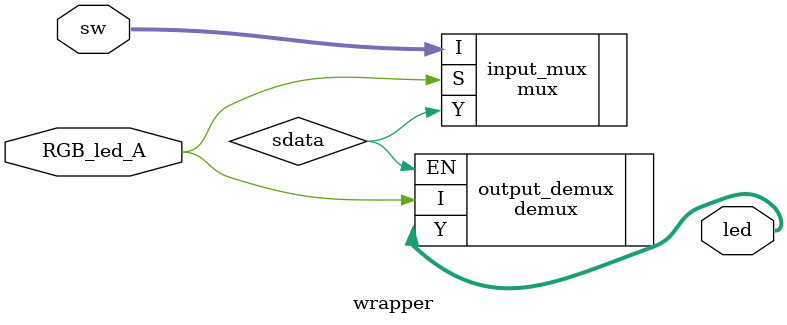
<source format=v>
`timescale 1ns / 1ps

module wrapper(
    input [7:0] sw,
    input RGB_led_A,
    output [7:0] led
);

wire sdata;

mux input_mux (
    .I(sw),
    .S(RGB_led_A),
    .Y(sdata)
);

demux output_demux (
    .EN(sdata),
    .I(RGB_led_A),
    .Y(led)
);

endmodule
</source>
